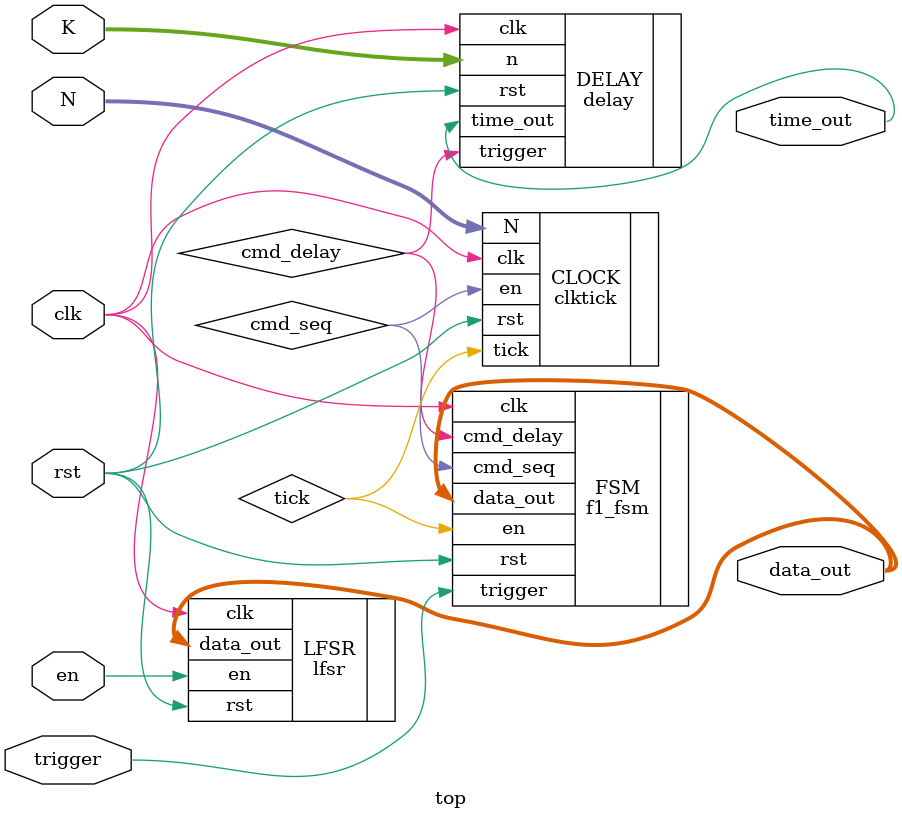
<source format=sv>
module top #(
    parameter WIDTH = 16
)(
    input  logic             clk,      // clock 
    input  logic             rst,      // reset
    input  logic             trigger,
    input  logic             en,
    input  logic [WIDTH-1:0] K,        // Number of clock cycles to delay
    input  logic [WIDTH-1:0] N,        // Used for clock division in clktick
    output logic [7:0]       data_out, // Output from FSM
    output logic             time_out  // Output from delay indicating timeout
);

logic tick;
logic cmd_seq;
logic cmd_delay;

f1_fsm FSM (
    .clk (clk),
    .rst (rst),
    .en (tick),       // FSM is enabled by the tick from clktick
    .trigger(trigger),
    .cmd_seq (cmd_seq),    // FSM will provide this signal to control sequencing
    .cmd_delay (cmd_delay),// FSM will provide this signal to start the delay
    .data_out (data_out)   // Output data from the FSM
);

clktick CLOCK (
    .clk (clk),
    .rst (rst),
    .en (cmd_seq),   // clktick is enabled based on FSM's cmd_seq signal
    .N (N),
    .tick (tick)     // Output tick signal used to drive FSM state changes
);

delay DELAY (
    .clk (clk),
    .rst (rst),
    .trigger (cmd_delay),  // Trigger delay based on FSM's cmd_delay signal
    .n (K),
    .time_out(time_out)    // Output time_out indicating the delay has finished
);

lfsr LFSR (
    .clk (clk),
    .rst (rst),
    .en (en),
    .data_out (data_out) // <-- this needs changing because now its data_out is the same as the FSM's dataout
);

mux2 MUX (
    .d0 (),
    .d1 (),
    .s  (),
    .y  ()
);

endmodule
</source>
